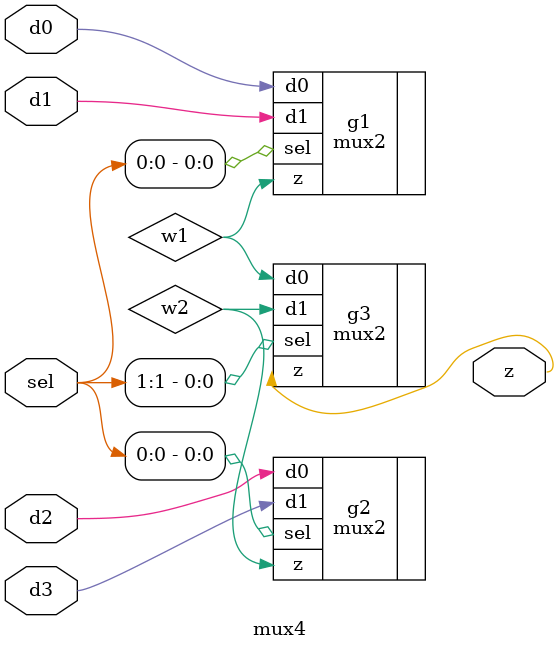
<source format=sv>
module mux4 (
    input logic d0,          // Data input 0
    input logic d1,          // Data input 1
    input logic d2,          // Data input 2
    input logic d3,          // Data input 3
    input logic [1:0] sel,   // Select input
    output logic z           // Output
);

	logic w1;
	logic w2;
	
	mux2 g1 (
		.d0(d0),
		.d1(d1),
		.sel(sel[0]),
		.z(w1)
	);
	
	mux2 g2 (
		.d0(d2),
		.d1(d3),
		.sel(sel[0]),
		.z(w2)
	);
	
	mux2 g3 (
		.d0(w1),
		.d1(w2),
		.sel(sel[1]),
		.z(z)
	);

endmodule

</source>
